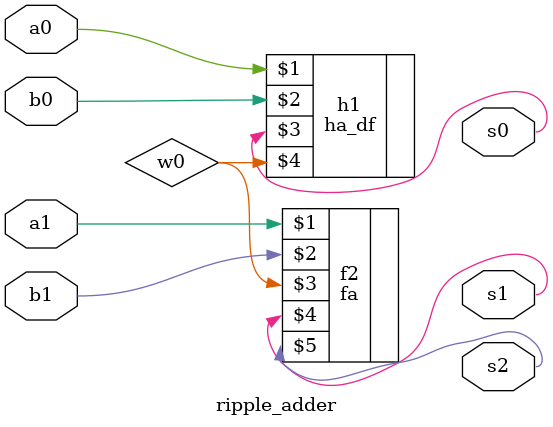
<source format=v>
`timescale 1ns / 1ps

module ripple_adder(
    input a0,a1,b0,b1,
    output s0,s1,s2
    );
    wire w0;
    ha_df h1(a0,b0,s0,w0);
    fa f2(a1,b1,w0,s1,s2);
endmodule


</source>
